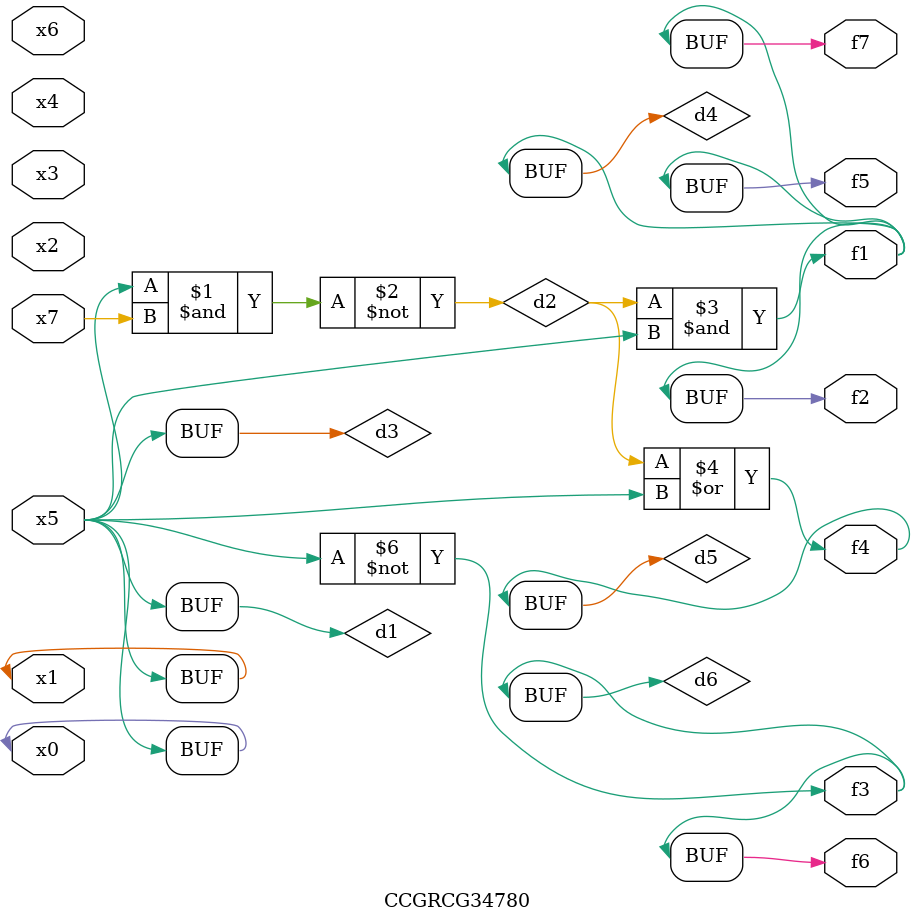
<source format=v>
module CCGRCG34780(
	input x0, x1, x2, x3, x4, x5, x6, x7,
	output f1, f2, f3, f4, f5, f6, f7
);

	wire d1, d2, d3, d4, d5, d6;

	buf (d1, x0, x5);
	nand (d2, x5, x7);
	buf (d3, x0, x1);
	and (d4, d2, d3);
	or (d5, d2, d3);
	nor (d6, d1, d3);
	assign f1 = d4;
	assign f2 = d4;
	assign f3 = d6;
	assign f4 = d5;
	assign f5 = d4;
	assign f6 = d6;
	assign f7 = d4;
endmodule

</source>
